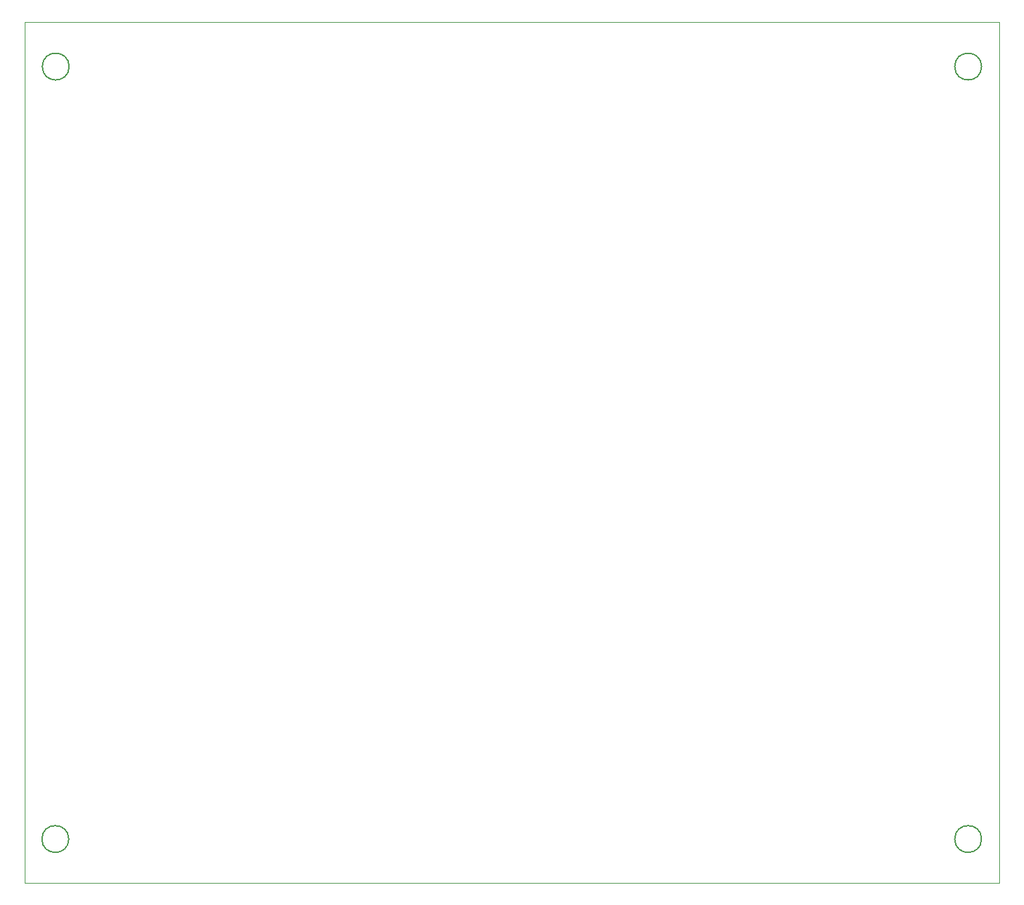
<source format=gm1>
G04 #@! TF.GenerationSoftware,KiCad,Pcbnew,8.0.5*
G04 #@! TF.CreationDate,2025-03-13T16:15:27+08:00*
G04 #@! TF.ProjectId,hardware,68617264-7761-4726-952e-6b696361645f,rev?*
G04 #@! TF.SameCoordinates,Original*
G04 #@! TF.FileFunction,Profile,NP*
%FSLAX46Y46*%
G04 Gerber Fmt 4.6, Leading zero omitted, Abs format (unit mm)*
G04 Created by KiCad (PCBNEW 8.0.5) date 2025-03-13 16:15:27*
%MOMM*%
%LPD*%
G01*
G04 APERTURE LIST*
G04 #@! TA.AperFunction,Profile*
%ADD10C,0.050000*%
G04 #@! TD*
G04 #@! TA.AperFunction,Profile*
%ADD11C,0.200000*%
G04 #@! TD*
G04 APERTURE END LIST*
D10*
X157933621Y-43489026D02*
X157933621Y-152603183D01*
X157933621Y-43489026D02*
X281150000Y-43489026D01*
X281340000Y-152298408D02*
X281340000Y-152601591D01*
D11*
X163522600Y-147000000D02*
G75*
G02*
X160122600Y-147000000I-1700000J0D01*
G01*
X160122600Y-147000000D02*
G75*
G02*
X163522600Y-147000000I1700000J0D01*
G01*
X279072600Y-49150000D02*
G75*
G02*
X275672600Y-49150000I-1700000J0D01*
G01*
X275672600Y-49150000D02*
G75*
G02*
X279072600Y-49150000I1700000J0D01*
G01*
X163572600Y-49150000D02*
G75*
G02*
X160172600Y-49150000I-1700000J0D01*
G01*
X160172600Y-49150000D02*
G75*
G02*
X163572600Y-49150000I1700000J0D01*
G01*
D10*
X281340000Y-152298408D02*
X281340000Y-43487434D01*
X281340000Y-43487434D02*
X281272600Y-43487434D01*
X281272600Y-43489026D02*
X281150000Y-43489026D01*
D11*
X279072600Y-147000000D02*
G75*
G02*
X275672600Y-147000000I-1700000J0D01*
G01*
X275672600Y-147000000D02*
G75*
G02*
X279072600Y-147000000I1700000J0D01*
G01*
D10*
X157933621Y-152603183D02*
X281340000Y-152603183D01*
M02*

</source>
